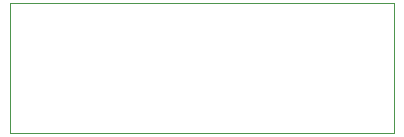
<source format=gbr>
G04 (created by PCBNEW (2013-jul-07)-stable) date Mon 04 May 2015 15:04:43 BST*
%MOIN*%
G04 Gerber Fmt 3.4, Leading zero omitted, Abs format*
%FSLAX34Y34*%
G01*
G70*
G90*
G04 APERTURE LIST*
%ADD10C,0.00590551*%
%ADD11C,0.00393701*%
G04 APERTURE END LIST*
G54D10*
G54D11*
X15748Y-16535D02*
X28543Y-16535D01*
X15748Y-12204D02*
X15748Y-16535D01*
X28543Y-12204D02*
X15748Y-12204D01*
X28543Y-12204D02*
X28346Y-12204D01*
X28543Y-16535D02*
X28543Y-12204D01*
M02*

</source>
